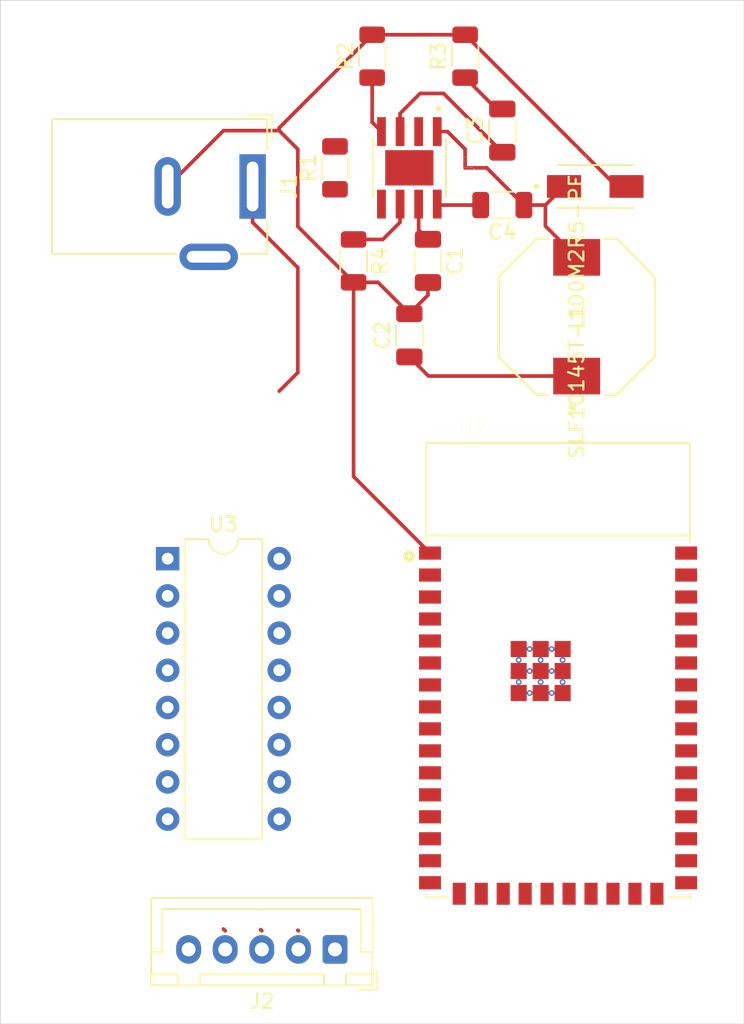
<source format=kicad_pcb>
(kicad_pcb (version 20171130) (host pcbnew "(5.1.9-0-10_14)")

  (general
    (thickness 1.6)
    (drawings 5)
    (tracks 50)
    (zones 0)
    (modules 15)
    (nets 18)
  )

  (page A4)
  (layers
    (0 F.Cu signal)
    (31 B.Cu signal)
    (32 B.Adhes user)
    (33 F.Adhes user)
    (34 B.Paste user)
    (35 F.Paste user)
    (36 B.SilkS user)
    (37 F.SilkS user)
    (38 B.Mask user)
    (39 F.Mask user)
    (40 Dwgs.User user)
    (41 Cmts.User user)
    (42 Eco1.User user)
    (43 Eco2.User user)
    (44 Edge.Cuts user)
    (45 Margin user)
    (46 B.CrtYd user)
    (47 F.CrtYd user)
    (48 B.Fab user)
    (49 F.Fab user)
  )

  (setup
    (last_trace_width 0.25)
    (trace_clearance 0.2)
    (zone_clearance 0.508)
    (zone_45_only no)
    (trace_min 0.2)
    (via_size 0.8)
    (via_drill 0.4)
    (via_min_size 0.4)
    (via_min_drill 0.3)
    (uvia_size 0.3)
    (uvia_drill 0.1)
    (uvias_allowed no)
    (uvia_min_size 0.2)
    (uvia_min_drill 0.1)
    (edge_width 0.05)
    (segment_width 0.2)
    (pcb_text_width 0.3)
    (pcb_text_size 1.5 1.5)
    (mod_edge_width 0.12)
    (mod_text_size 1 1)
    (mod_text_width 0.15)
    (pad_size 4 4)
    (pad_drill 2)
    (pad_to_mask_clearance 0)
    (aux_axis_origin 0 0)
    (visible_elements FFFFFF7F)
    (pcbplotparams
      (layerselection 0x010fc_ffffffff)
      (usegerberextensions false)
      (usegerberattributes true)
      (usegerberadvancedattributes true)
      (creategerberjobfile true)
      (excludeedgelayer true)
      (linewidth 0.100000)
      (plotframeref false)
      (viasonmask false)
      (mode 1)
      (useauxorigin false)
      (hpglpennumber 1)
      (hpglpenspeed 20)
      (hpglpendiameter 15.000000)
      (psnegative false)
      (psa4output false)
      (plotreference true)
      (plotvalue true)
      (plotinvisibletext false)
      (padsonsilk false)
      (subtractmaskfromsilk false)
      (outputformat 1)
      (mirror false)
      (drillshape 1)
      (scaleselection 1)
      (outputdirectory ""))
  )

  (net 0 "")
  (net 1 +12V)
  (net 2 GND)
  (net 3 "Net-(J2-Pad4)")
  (net 4 "Net-(J2-Pad3)")
  (net 5 "Net-(J2-Pad2)")
  (net 6 "Net-(J2-Pad1)")
  (net 7 Stepper.D)
  (net 8 Stepper.C)
  (net 9 Stepper.B)
  (net 10 Stepper.A)
  (net 11 +3V3)
  (net 12 "Net-(C3-Pad2)")
  (net 13 "Net-(C3-Pad1)")
  (net 14 "Net-(C4-Pad2)")
  (net 15 "Net-(C4-Pad1)")
  (net 16 "Net-(R1-Pad2)")
  (net 17 "Net-(R4-Pad1)")

  (net_class Default "This is the default net class."
    (clearance 0.2)
    (trace_width 0.25)
    (via_dia 0.8)
    (via_drill 0.4)
    (uvia_dia 0.3)
    (uvia_drill 0.1)
    (add_net +12V)
    (add_net +3V3)
    (add_net GND)
    (add_net "Net-(C3-Pad1)")
    (add_net "Net-(C3-Pad2)")
    (add_net "Net-(C4-Pad1)")
    (add_net "Net-(C4-Pad2)")
    (add_net "Net-(J2-Pad1)")
    (add_net "Net-(J2-Pad2)")
    (add_net "Net-(J2-Pad3)")
    (add_net "Net-(J2-Pad4)")
    (add_net "Net-(R1-Pad2)")
    (add_net "Net-(R4-Pad1)")
    (add_net "Net-(U1-Pad2)")
    (add_net "Net-(U1-Pad9)")
    (add_net "Net-(U2-Pad10)")
    (add_net "Net-(U2-Pad11)")
    (add_net "Net-(U2-Pad12)")
    (add_net "Net-(U2-Pad13)")
    (add_net "Net-(U2-Pad14)")
    (add_net "Net-(U2-Pad15)")
    (add_net "Net-(U2-Pad16)")
    (add_net "Net-(U2-Pad17)")
    (add_net "Net-(U2-Pad18)")
    (add_net "Net-(U2-Pad19)")
    (add_net "Net-(U2-Pad20)")
    (add_net "Net-(U2-Pad21)")
    (add_net "Net-(U2-Pad22)")
    (add_net "Net-(U2-Pad23)")
    (add_net "Net-(U2-Pad24)")
    (add_net "Net-(U2-Pad25)")
    (add_net "Net-(U2-Pad27)")
    (add_net "Net-(U2-Pad28)")
    (add_net "Net-(U2-Pad29)")
    (add_net "Net-(U2-Pad30)")
    (add_net "Net-(U2-Pad31)")
    (add_net "Net-(U2-Pad32)")
    (add_net "Net-(U2-Pad33)")
    (add_net "Net-(U2-Pad34)")
    (add_net "Net-(U2-Pad35)")
    (add_net "Net-(U2-Pad36)")
    (add_net "Net-(U2-Pad37)")
    (add_net "Net-(U2-Pad38)")
    (add_net "Net-(U2-Pad39)")
    (add_net "Net-(U2-Pad40)")
    (add_net "Net-(U2-Pad7)")
    (add_net "Net-(U2-Pad8)")
    (add_net "Net-(U2-Pad9)")
    (add_net "Net-(U3-Pad10)")
    (add_net "Net-(U3-Pad11)")
    (add_net "Net-(U3-Pad12)")
    (add_net "Net-(U3-Pad5)")
    (add_net "Net-(U3-Pad6)")
    (add_net "Net-(U3-Pad7)")
    (add_net Stepper.A)
    (add_net Stepper.B)
    (add_net Stepper.C)
    (add_net Stepper.D)
  )

  (module SLF10145T-100:SLF10145T-100M2R5-PF (layer F.Cu) (tedit 0) (tstamp 6033C7CA)
    (at 92.71 40.64 90)
    (path /603F8DF1)
    (fp_text reference L1 (at 0 0 90) (layer F.SilkS)
      (effects (font (size 1 1) (thickness 0.15)))
    )
    (fp_text value SLF10145T-100M2R5-PF (at 0 0 90) (layer F.SilkS)
      (effects (font (size 1 1) (thickness 0.15)))
    )
    (fp_text user * (at -6.216 0 90) (layer F.SilkS)
      (effects (font (size 1 1) (thickness 0.15)))
    )
    (fp_text user * (at -4.692 0 90) (layer F.Fab)
      (effects (font (size 1 1) (thickness 0.15)))
    )
    (fp_text user * (at -4.692 0 90) (layer F.Fab)
      (effects (font (size 1 1) (thickness 0.15)))
    )
    (fp_text user * (at -6.216 0 90) (layer F.SilkS)
      (effects (font (size 1 1) (thickness 0.15)))
    )
    (fp_text user "Copyright 2016 Accelerated Designs. All rights reserved." (at 0 0 90) (layer Cmts.User)
      (effects (font (size 0.127 0.127) (thickness 0.002)))
    )
    (fp_line (start -2.727 -5.327) (end -5.327 -2.727) (layer F.SilkS) (width 0.1524))
    (fp_line (start -5.327 -2.727) (end -5.327 -1.931643) (layer F.SilkS) (width 0.1524))
    (fp_line (start -5.327 2.727) (end -2.727 5.327) (layer F.SilkS) (width 0.1524))
    (fp_line (start -2.727 5.327) (end 2.727 5.327) (layer F.SilkS) (width 0.1524))
    (fp_line (start 2.727 5.327) (end 5.327 2.727) (layer F.SilkS) (width 0.1524))
    (fp_line (start 5.327 2.727) (end 5.327 1.931643) (layer F.SilkS) (width 0.1524))
    (fp_line (start 5.327 -2.727) (end 2.727 -5.327) (layer F.SilkS) (width 0.1524))
    (fp_line (start 2.727 -5.327) (end -2.727 -5.327) (layer F.SilkS) (width 0.1524))
    (fp_line (start -2.6 -5.2) (end -5.2 -2.6) (layer F.Fab) (width 0.1524))
    (fp_line (start -5.2 -2.6) (end -5.2 2.6) (layer F.Fab) (width 0.1524))
    (fp_line (start -5.2 2.6) (end -2.6 5.2) (layer F.Fab) (width 0.1524))
    (fp_line (start -2.6 5.2) (end 2.6 5.2) (layer F.Fab) (width 0.1524))
    (fp_line (start 2.6 5.2) (end 5.2 2.6) (layer F.Fab) (width 0.1524))
    (fp_line (start 5.2 2.6) (end 5.2 -2.6) (layer F.Fab) (width 0.1524))
    (fp_line (start 5.2 -2.6) (end 2.6 -5.2) (layer F.Fab) (width 0.1524))
    (fp_line (start 2.6 -5.2) (end -2.6 -5.2) (layer F.Fab) (width 0.1524))
    (fp_line (start -5.327 1.931643) (end -5.327 2.727) (layer F.SilkS) (width 0.1524))
    (fp_line (start 5.327 -1.931643) (end 5.327 -2.727) (layer F.SilkS) (width 0.1524))
    (fp_line (start -5.554 5.454) (end -5.554 -5.454) (layer F.CrtYd) (width 0.1524))
    (fp_line (start -5.554 -5.454) (end 5.554 -5.454) (layer F.CrtYd) (width 0.1524))
    (fp_line (start 5.554 -5.454) (end 5.554 5.454) (layer F.CrtYd) (width 0.1524))
    (fp_line (start 5.554 5.454) (end -5.554 5.454) (layer F.CrtYd) (width 0.1524))
    (pad 2 smd rect (at 4.05 0 90) (size 2.5 3.200001) (layers F.Cu F.Paste F.Mask)
      (net 15 "Net-(C4-Pad1)"))
    (pad 1 smd rect (at -4.05 0 90) (size 2.5 3.200001) (layers F.Cu F.Paste F.Mask)
      (net 11 +3V3))
  )

  (module B340A-13-F:DIOM5226X240N (layer F.Cu) (tedit 60328348) (tstamp 60336063)
    (at 93.98 31.75)
    (path /603DFE6A)
    (fp_text reference D1 (at -1.06 -2.308) (layer F.SilkS)
      (effects (font (size 0.8 0.8) (thickness 0.015)))
    )
    (fp_text value B340A-13-F (at 3.004 2.292) (layer F.Fab)
      (effects (font (size 0.8 0.8) (thickness 0.015)))
    )
    (fp_line (start -2.8 1.46) (end -2.8 -1.46) (layer F.Fab) (width 0.127))
    (fp_line (start -2.8 -1.46) (end 2.8 -1.46) (layer F.Fab) (width 0.127))
    (fp_line (start 2.8 -1.46) (end 2.8 1.46) (layer F.Fab) (width 0.127))
    (fp_line (start 2.8 1.46) (end -2.8 1.46) (layer F.Fab) (width 0.127))
    (fp_line (start -2.6 -1.46) (end 2.6 -1.46) (layer F.SilkS) (width 0.127))
    (fp_line (start -2.6 1.46) (end 2.6 1.46) (layer F.SilkS) (width 0.127))
    (fp_line (start -3.55 1.71) (end -3.55 -1.71) (layer F.CrtYd) (width 0.05))
    (fp_line (start -3.55 -1.71) (end 3.55 -1.71) (layer F.CrtYd) (width 0.05))
    (fp_line (start 3.55 -1.71) (end 3.55 1.71) (layer F.CrtYd) (width 0.05))
    (fp_line (start 3.55 1.71) (end -3.55 1.71) (layer F.CrtYd) (width 0.05))
    (fp_circle (center -4 0) (end -3.9 0) (layer F.SilkS) (width 0.2))
    (fp_circle (center -4 0) (end -3.9 0) (layer F.Fab) (width 0.2))
    (pad A smd rect (at 2.135 0) (size 2.33 1.55) (layers F.Cu F.Paste F.Mask)
      (net 2 GND))
    (pad C smd rect (at -2.135 0) (size 2.33 1.55) (layers F.Cu F.Paste F.Mask)
      (net 15 "Net-(C4-Pad1)"))
  )

  (module MP1584EN-LF-Z:SOIC127P600X170-9N (layer F.Cu) (tedit 6031DC69) (tstamp 6032D4BC)
    (at 81.28 30.48 270)
    (path /60381839)
    (fp_text reference U1 (at -0.225445 -4.013755 90) (layer F.SilkS)
      (effects (font (size 1.002024 1.002024) (thickness 0.015)))
    )
    (fp_text value MP1584EN-LF-Z (at 7.98325 3.74752 90) (layer F.Fab)
      (effects (font (size 1.002945 1.002945) (thickness 0.015)))
    )
    (fp_circle (center -4.04 -1.98) (end -3.94 -1.98) (layer F.SilkS) (width 0.2))
    (fp_circle (center -4.044 -1.977) (end -3.944 -1.977) (layer F.Fab) (width 0.2))
    (fp_line (start 2 -2.5) (end 2 2.5) (layer F.Fab) (width 0.127))
    (fp_line (start 2 2.5) (end -2 2.5) (layer F.Fab) (width 0.127))
    (fp_line (start -2 2.5) (end -2 -2.5) (layer F.Fab) (width 0.127))
    (fp_line (start -2 -2.5) (end 2 -2.5) (layer F.Fab) (width 0.127))
    (fp_line (start 2 -2.5) (end -2 -2.5) (layer F.SilkS) (width 0.127))
    (fp_line (start -2 2.5) (end 2 2.5) (layer F.SilkS) (width 0.127))
    (fp_line (start -3.71 -2.75) (end 3.71 -2.75) (layer F.CrtYd) (width 0.05))
    (fp_line (start 3.71 -2.75) (end 3.71 2.75) (layer F.CrtYd) (width 0.05))
    (fp_line (start 3.71 2.75) (end -3.71 2.75) (layer F.CrtYd) (width 0.05))
    (fp_line (start -3.71 2.75) (end -3.71 -2.75) (layer F.CrtYd) (width 0.05))
    (fp_poly (pts (xy -0.763125 -1.04) (xy 0.762 -1.04) (xy 0.762 1.04154) (xy -0.763125 1.04154)) (layer F.Paste) (width 0.01))
    (pad 9 smd rect (at 0 0 270) (size 2.41 3.3) (layers F.Cu F.Mask))
    (pad 1 smd rect (at -2.475 -1.905 270) (size 1.97 0.6) (layers F.Cu F.Paste F.Mask)
      (net 15 "Net-(C4-Pad1)"))
    (pad 8 smd rect (at 2.475 -1.905 270) (size 1.97 0.6) (layers F.Cu F.Paste F.Mask)
      (net 14 "Net-(C4-Pad2)"))
    (pad 7 smd rect (at 2.475 -0.635 270) (size 1.97 0.6) (layers F.Cu F.Paste F.Mask)
      (net 1 +12V))
    (pad 6 smd rect (at 2.475 0.635 270) (size 1.97 0.6) (layers F.Cu F.Paste F.Mask)
      (net 17 "Net-(R4-Pad1)"))
    (pad 4 smd rect (at -2.475 1.905 270) (size 1.97 0.6) (layers F.Cu F.Paste F.Mask)
      (net 16 "Net-(R1-Pad2)"))
    (pad 3 smd rect (at -2.475 0.635 270) (size 1.97 0.6) (layers F.Cu F.Paste F.Mask)
      (net 13 "Net-(C3-Pad1)"))
    (pad 2 smd rect (at -2.475 -0.635 270) (size 1.97 0.6) (layers F.Cu F.Paste F.Mask))
    (pad 5 smd rect (at 2.475 1.905 270) (size 1.97 0.6) (layers F.Cu F.Paste F.Mask)
      (net 2 GND))
  )

  (module Resistor_SMD:R_1206_3216Metric (layer F.Cu) (tedit 5F68FEEE) (tstamp 6032D4A2)
    (at 77.47 36.83 270)
    (descr "Resistor SMD 1206 (3216 Metric), square (rectangular) end terminal, IPC_7351 nominal, (Body size source: IPC-SM-782 page 72, https://www.pcb-3d.com/wordpress/wp-content/uploads/ipc-sm-782a_amendment_1_and_2.pdf), generated with kicad-footprint-generator")
    (tags resistor)
    (path /60392980)
    (attr smd)
    (fp_text reference R4 (at 0 -1.82 90) (layer F.SilkS)
      (effects (font (size 1 1) (thickness 0.15)))
    )
    (fp_text value 200k (at 0 1.82 90) (layer F.Fab)
      (effects (font (size 1 1) (thickness 0.15)))
    )
    (fp_text user %R (at 0 0 90) (layer F.Fab)
      (effects (font (size 0.8 0.8) (thickness 0.12)))
    )
    (fp_line (start -1.6 0.8) (end -1.6 -0.8) (layer F.Fab) (width 0.1))
    (fp_line (start -1.6 -0.8) (end 1.6 -0.8) (layer F.Fab) (width 0.1))
    (fp_line (start 1.6 -0.8) (end 1.6 0.8) (layer F.Fab) (width 0.1))
    (fp_line (start 1.6 0.8) (end -1.6 0.8) (layer F.Fab) (width 0.1))
    (fp_line (start -0.727064 -0.91) (end 0.727064 -0.91) (layer F.SilkS) (width 0.12))
    (fp_line (start -0.727064 0.91) (end 0.727064 0.91) (layer F.SilkS) (width 0.12))
    (fp_line (start -2.28 1.12) (end -2.28 -1.12) (layer F.CrtYd) (width 0.05))
    (fp_line (start -2.28 -1.12) (end 2.28 -1.12) (layer F.CrtYd) (width 0.05))
    (fp_line (start 2.28 -1.12) (end 2.28 1.12) (layer F.CrtYd) (width 0.05))
    (fp_line (start 2.28 1.12) (end -2.28 1.12) (layer F.CrtYd) (width 0.05))
    (pad 2 smd roundrect (at 1.4625 0 270) (size 1.125 1.75) (layers F.Cu F.Paste F.Mask) (roundrect_rratio 0.222222)
      (net 2 GND))
    (pad 1 smd roundrect (at -1.4625 0 270) (size 1.125 1.75) (layers F.Cu F.Paste F.Mask) (roundrect_rratio 0.222222)
      (net 17 "Net-(R4-Pad1)"))
    (model ${KISYS3DMOD}/Resistor_SMD.3dshapes/R_1206_3216Metric.wrl
      (at (xyz 0 0 0))
      (scale (xyz 1 1 1))
      (rotate (xyz 0 0 0))
    )
  )

  (module Resistor_SMD:R_1206_3216Metric (layer F.Cu) (tedit 5F68FEEE) (tstamp 6032D4A1)
    (at 85.09 22.86 90)
    (descr "Resistor SMD 1206 (3216 Metric), square (rectangular) end terminal, IPC_7351 nominal, (Body size source: IPC-SM-782 page 72, https://www.pcb-3d.com/wordpress/wp-content/uploads/ipc-sm-782a_amendment_1_and_2.pdf), generated with kicad-footprint-generator")
    (tags resistor)
    (path /603C507A)
    (attr smd)
    (fp_text reference R3 (at 0 -1.82 90) (layer F.SilkS)
      (effects (font (size 1 1) (thickness 0.15)))
    )
    (fp_text value 68.1k (at 0 1.82 90) (layer F.Fab)
      (effects (font (size 1 1) (thickness 0.15)))
    )
    (fp_text user %R (at 0 0 90) (layer F.Fab)
      (effects (font (size 0.8 0.8) (thickness 0.12)))
    )
    (fp_line (start -1.6 0.8) (end -1.6 -0.8) (layer F.Fab) (width 0.1))
    (fp_line (start -1.6 -0.8) (end 1.6 -0.8) (layer F.Fab) (width 0.1))
    (fp_line (start 1.6 -0.8) (end 1.6 0.8) (layer F.Fab) (width 0.1))
    (fp_line (start 1.6 0.8) (end -1.6 0.8) (layer F.Fab) (width 0.1))
    (fp_line (start -0.727064 -0.91) (end 0.727064 -0.91) (layer F.SilkS) (width 0.12))
    (fp_line (start -0.727064 0.91) (end 0.727064 0.91) (layer F.SilkS) (width 0.12))
    (fp_line (start -2.28 1.12) (end -2.28 -1.12) (layer F.CrtYd) (width 0.05))
    (fp_line (start -2.28 -1.12) (end 2.28 -1.12) (layer F.CrtYd) (width 0.05))
    (fp_line (start 2.28 -1.12) (end 2.28 1.12) (layer F.CrtYd) (width 0.05))
    (fp_line (start 2.28 1.12) (end -2.28 1.12) (layer F.CrtYd) (width 0.05))
    (pad 2 smd roundrect (at 1.4625 0 90) (size 1.125 1.75) (layers F.Cu F.Paste F.Mask) (roundrect_rratio 0.222222)
      (net 2 GND))
    (pad 1 smd roundrect (at -1.4625 0 90) (size 1.125 1.75) (layers F.Cu F.Paste F.Mask) (roundrect_rratio 0.222222)
      (net 12 "Net-(C3-Pad2)"))
    (model ${KISYS3DMOD}/Resistor_SMD.3dshapes/R_1206_3216Metric.wrl
      (at (xyz 0 0 0))
      (scale (xyz 1 1 1))
      (rotate (xyz 0 0 0))
    )
  )

  (module Resistor_SMD:R_1206_3216Metric (layer F.Cu) (tedit 5F68FEEE) (tstamp 6032D4A0)
    (at 78.74 22.86 90)
    (descr "Resistor SMD 1206 (3216 Metric), square (rectangular) end terminal, IPC_7351 nominal, (Body size source: IPC-SM-782 page 72, https://www.pcb-3d.com/wordpress/wp-content/uploads/ipc-sm-782a_amendment_1_and_2.pdf), generated with kicad-footprint-generator")
    (tags resistor)
    (path /603B56D7)
    (attr smd)
    (fp_text reference R2 (at 0 -1.82 90) (layer F.SilkS)
      (effects (font (size 1 1) (thickness 0.15)))
    )
    (fp_text value 40.2k (at 0 1.82 90) (layer F.Fab)
      (effects (font (size 1 1) (thickness 0.15)))
    )
    (fp_text user %R (at 0 0 90) (layer F.Fab)
      (effects (font (size 0.8 0.8) (thickness 0.12)))
    )
    (fp_line (start -1.6 0.8) (end -1.6 -0.8) (layer F.Fab) (width 0.1))
    (fp_line (start -1.6 -0.8) (end 1.6 -0.8) (layer F.Fab) (width 0.1))
    (fp_line (start 1.6 -0.8) (end 1.6 0.8) (layer F.Fab) (width 0.1))
    (fp_line (start 1.6 0.8) (end -1.6 0.8) (layer F.Fab) (width 0.1))
    (fp_line (start -0.727064 -0.91) (end 0.727064 -0.91) (layer F.SilkS) (width 0.12))
    (fp_line (start -0.727064 0.91) (end 0.727064 0.91) (layer F.SilkS) (width 0.12))
    (fp_line (start -2.28 1.12) (end -2.28 -1.12) (layer F.CrtYd) (width 0.05))
    (fp_line (start -2.28 -1.12) (end 2.28 -1.12) (layer F.CrtYd) (width 0.05))
    (fp_line (start 2.28 -1.12) (end 2.28 1.12) (layer F.CrtYd) (width 0.05))
    (fp_line (start 2.28 1.12) (end -2.28 1.12) (layer F.CrtYd) (width 0.05))
    (pad 2 smd roundrect (at 1.4625 0 90) (size 1.125 1.75) (layers F.Cu F.Paste F.Mask) (roundrect_rratio 0.222222)
      (net 2 GND))
    (pad 1 smd roundrect (at -1.4625 0 90) (size 1.125 1.75) (layers F.Cu F.Paste F.Mask) (roundrect_rratio 0.222222)
      (net 16 "Net-(R1-Pad2)"))
    (model ${KISYS3DMOD}/Resistor_SMD.3dshapes/R_1206_3216Metric.wrl
      (at (xyz 0 0 0))
      (scale (xyz 1 1 1))
      (rotate (xyz 0 0 0))
    )
  )

  (module Resistor_SMD:R_1206_3216Metric (layer F.Cu) (tedit 5F68FEEE) (tstamp 6032D49F)
    (at 76.2 30.48 90)
    (descr "Resistor SMD 1206 (3216 Metric), square (rectangular) end terminal, IPC_7351 nominal, (Body size source: IPC-SM-782 page 72, https://www.pcb-3d.com/wordpress/wp-content/uploads/ipc-sm-782a_amendment_1_and_2.pdf), generated with kicad-footprint-generator")
    (tags resistor)
    (path /603B4293)
    (attr smd)
    (fp_text reference R1 (at 0 -1.82 90) (layer F.SilkS)
      (effects (font (size 1 1) (thickness 0.15)))
    )
    (fp_text value 124k (at 0 1.82 90) (layer F.Fab)
      (effects (font (size 1 1) (thickness 0.15)))
    )
    (fp_line (start 2.28 1.12) (end -2.28 1.12) (layer F.CrtYd) (width 0.05))
    (fp_line (start 2.28 -1.12) (end 2.28 1.12) (layer F.CrtYd) (width 0.05))
    (fp_line (start -2.28 -1.12) (end 2.28 -1.12) (layer F.CrtYd) (width 0.05))
    (fp_line (start -2.28 1.12) (end -2.28 -1.12) (layer F.CrtYd) (width 0.05))
    (fp_line (start -0.727064 0.91) (end 0.727064 0.91) (layer F.SilkS) (width 0.12))
    (fp_line (start -0.727064 -0.91) (end 0.727064 -0.91) (layer F.SilkS) (width 0.12))
    (fp_line (start 1.6 0.8) (end -1.6 0.8) (layer F.Fab) (width 0.1))
    (fp_line (start 1.6 -0.8) (end 1.6 0.8) (layer F.Fab) (width 0.1))
    (fp_line (start -1.6 -0.8) (end 1.6 -0.8) (layer F.Fab) (width 0.1))
    (fp_line (start -1.6 0.8) (end -1.6 -0.8) (layer F.Fab) (width 0.1))
    (fp_text user %R (at 0 0 90) (layer F.Fab)
      (effects (font (size 0.8 0.8) (thickness 0.12)))
    )
    (pad 1 smd roundrect (at -1.4625 0 90) (size 1.125 1.75) (layers F.Cu F.Paste F.Mask) (roundrect_rratio 0.222222)
      (net 11 +3V3))
    (pad 2 smd roundrect (at 1.4625 0 90) (size 1.125 1.75) (layers F.Cu F.Paste F.Mask) (roundrect_rratio 0.222222)
      (net 16 "Net-(R1-Pad2)"))
    (model ${KISYS3DMOD}/Resistor_SMD.3dshapes/R_1206_3216Metric.wrl
      (at (xyz 0 0 0))
      (scale (xyz 1 1 1))
      (rotate (xyz 0 0 0))
    )
  )

  (module Capacitor_SMD:C_1206_3216Metric (layer F.Cu) (tedit 5F68FEEE) (tstamp 6032D40E)
    (at 87.63 33.02 180)
    (descr "Capacitor SMD 1206 (3216 Metric), square (rectangular) end terminal, IPC_7351 nominal, (Body size source: IPC-SM-782 page 76, https://www.pcb-3d.com/wordpress/wp-content/uploads/ipc-sm-782a_amendment_1_and_2.pdf), generated with kicad-footprint-generator")
    (tags capacitor)
    (path /6039B7E1)
    (attr smd)
    (fp_text reference C4 (at 0 -1.85) (layer F.SilkS)
      (effects (font (size 1 1) (thickness 0.15)))
    )
    (fp_text value 100nF (at 0 1.85) (layer F.Fab)
      (effects (font (size 1 1) (thickness 0.15)))
    )
    (fp_text user %R (at 0 0) (layer F.Fab)
      (effects (font (size 0.8 0.8) (thickness 0.12)))
    )
    (fp_line (start -1.6 0.8) (end -1.6 -0.8) (layer F.Fab) (width 0.1))
    (fp_line (start -1.6 -0.8) (end 1.6 -0.8) (layer F.Fab) (width 0.1))
    (fp_line (start 1.6 -0.8) (end 1.6 0.8) (layer F.Fab) (width 0.1))
    (fp_line (start 1.6 0.8) (end -1.6 0.8) (layer F.Fab) (width 0.1))
    (fp_line (start -0.711252 -0.91) (end 0.711252 -0.91) (layer F.SilkS) (width 0.12))
    (fp_line (start -0.711252 0.91) (end 0.711252 0.91) (layer F.SilkS) (width 0.12))
    (fp_line (start -2.3 1.15) (end -2.3 -1.15) (layer F.CrtYd) (width 0.05))
    (fp_line (start -2.3 -1.15) (end 2.3 -1.15) (layer F.CrtYd) (width 0.05))
    (fp_line (start 2.3 -1.15) (end 2.3 1.15) (layer F.CrtYd) (width 0.05))
    (fp_line (start 2.3 1.15) (end -2.3 1.15) (layer F.CrtYd) (width 0.05))
    (pad 2 smd roundrect (at 1.475 0 180) (size 1.15 1.8) (layers F.Cu F.Paste F.Mask) (roundrect_rratio 0.217391)
      (net 14 "Net-(C4-Pad2)"))
    (pad 1 smd roundrect (at -1.475 0 180) (size 1.15 1.8) (layers F.Cu F.Paste F.Mask) (roundrect_rratio 0.217391)
      (net 15 "Net-(C4-Pad1)"))
    (model ${KISYS3DMOD}/Capacitor_SMD.3dshapes/C_1206_3216Metric.wrl
      (at (xyz 0 0 0))
      (scale (xyz 1 1 1))
      (rotate (xyz 0 0 0))
    )
  )

  (module Capacitor_SMD:C_1206_3216Metric (layer F.Cu) (tedit 5F68FEEE) (tstamp 6032D40D)
    (at 87.63 27.94 90)
    (descr "Capacitor SMD 1206 (3216 Metric), square (rectangular) end terminal, IPC_7351 nominal, (Body size source: IPC-SM-782 page 76, https://www.pcb-3d.com/wordpress/wp-content/uploads/ipc-sm-782a_amendment_1_and_2.pdf), generated with kicad-footprint-generator")
    (tags capacitor)
    (path /603C380A)
    (attr smd)
    (fp_text reference C3 (at 0 -1.85 90) (layer F.SilkS)
      (effects (font (size 1 1) (thickness 0.15)))
    )
    (fp_text value 220pF (at 0 1.85 90) (layer F.Fab)
      (effects (font (size 1 1) (thickness 0.15)))
    )
    (fp_text user %R (at 0 0 90) (layer F.Fab)
      (effects (font (size 0.8 0.8) (thickness 0.12)))
    )
    (fp_line (start -1.6 0.8) (end -1.6 -0.8) (layer F.Fab) (width 0.1))
    (fp_line (start -1.6 -0.8) (end 1.6 -0.8) (layer F.Fab) (width 0.1))
    (fp_line (start 1.6 -0.8) (end 1.6 0.8) (layer F.Fab) (width 0.1))
    (fp_line (start 1.6 0.8) (end -1.6 0.8) (layer F.Fab) (width 0.1))
    (fp_line (start -0.711252 -0.91) (end 0.711252 -0.91) (layer F.SilkS) (width 0.12))
    (fp_line (start -0.711252 0.91) (end 0.711252 0.91) (layer F.SilkS) (width 0.12))
    (fp_line (start -2.3 1.15) (end -2.3 -1.15) (layer F.CrtYd) (width 0.05))
    (fp_line (start -2.3 -1.15) (end 2.3 -1.15) (layer F.CrtYd) (width 0.05))
    (fp_line (start 2.3 -1.15) (end 2.3 1.15) (layer F.CrtYd) (width 0.05))
    (fp_line (start 2.3 1.15) (end -2.3 1.15) (layer F.CrtYd) (width 0.05))
    (pad 2 smd roundrect (at 1.475 0 90) (size 1.15 1.8) (layers F.Cu F.Paste F.Mask) (roundrect_rratio 0.217391)
      (net 12 "Net-(C3-Pad2)"))
    (pad 1 smd roundrect (at -1.475 0 90) (size 1.15 1.8) (layers F.Cu F.Paste F.Mask) (roundrect_rratio 0.217391)
      (net 13 "Net-(C3-Pad1)"))
    (model ${KISYS3DMOD}/Capacitor_SMD.3dshapes/C_1206_3216Metric.wrl
      (at (xyz 0 0 0))
      (scale (xyz 1 1 1))
      (rotate (xyz 0 0 0))
    )
  )

  (module Capacitor_SMD:C_1206_3216Metric (layer F.Cu) (tedit 5F68FEEE) (tstamp 6032D40C)
    (at 81.28 41.91 90)
    (descr "Capacitor SMD 1206 (3216 Metric), square (rectangular) end terminal, IPC_7351 nominal, (Body size source: IPC-SM-782 page 76, https://www.pcb-3d.com/wordpress/wp-content/uploads/ipc-sm-782a_amendment_1_and_2.pdf), generated with kicad-footprint-generator")
    (tags capacitor)
    (path /603AC517)
    (attr smd)
    (fp_text reference C2 (at 0 -1.85 90) (layer F.SilkS)
      (effects (font (size 1 1) (thickness 0.15)))
    )
    (fp_text value 22uF (at 0 1.85 90) (layer F.Fab)
      (effects (font (size 1 1) (thickness 0.15)))
    )
    (fp_text user %R (at 0 0 90) (layer F.Fab)
      (effects (font (size 0.8 0.8) (thickness 0.12)))
    )
    (fp_line (start -1.6 0.8) (end -1.6 -0.8) (layer F.Fab) (width 0.1))
    (fp_line (start -1.6 -0.8) (end 1.6 -0.8) (layer F.Fab) (width 0.1))
    (fp_line (start 1.6 -0.8) (end 1.6 0.8) (layer F.Fab) (width 0.1))
    (fp_line (start 1.6 0.8) (end -1.6 0.8) (layer F.Fab) (width 0.1))
    (fp_line (start -0.711252 -0.91) (end 0.711252 -0.91) (layer F.SilkS) (width 0.12))
    (fp_line (start -0.711252 0.91) (end 0.711252 0.91) (layer F.SilkS) (width 0.12))
    (fp_line (start -2.3 1.15) (end -2.3 -1.15) (layer F.CrtYd) (width 0.05))
    (fp_line (start -2.3 -1.15) (end 2.3 -1.15) (layer F.CrtYd) (width 0.05))
    (fp_line (start 2.3 -1.15) (end 2.3 1.15) (layer F.CrtYd) (width 0.05))
    (fp_line (start 2.3 1.15) (end -2.3 1.15) (layer F.CrtYd) (width 0.05))
    (pad 2 smd roundrect (at 1.475 0 90) (size 1.15 1.8) (layers F.Cu F.Paste F.Mask) (roundrect_rratio 0.217391)
      (net 2 GND))
    (pad 1 smd roundrect (at -1.475 0 90) (size 1.15 1.8) (layers F.Cu F.Paste F.Mask) (roundrect_rratio 0.217391)
      (net 11 +3V3))
    (model ${KISYS3DMOD}/Capacitor_SMD.3dshapes/C_1206_3216Metric.wrl
      (at (xyz 0 0 0))
      (scale (xyz 1 1 1))
      (rotate (xyz 0 0 0))
    )
  )

  (module Capacitor_SMD:C_1206_3216Metric (layer F.Cu) (tedit 5F68FEEE) (tstamp 6032D40B)
    (at 82.55 36.83 270)
    (descr "Capacitor SMD 1206 (3216 Metric), square (rectangular) end terminal, IPC_7351 nominal, (Body size source: IPC-SM-782 page 76, https://www.pcb-3d.com/wordpress/wp-content/uploads/ipc-sm-782a_amendment_1_and_2.pdf), generated with kicad-footprint-generator")
    (tags capacitor)
    (path /60389441)
    (attr smd)
    (fp_text reference C1 (at 0 -1.85 90) (layer F.SilkS)
      (effects (font (size 1 1) (thickness 0.15)))
    )
    (fp_text value 10uF (at 0 1.85 90) (layer F.Fab)
      (effects (font (size 1 1) (thickness 0.15)))
    )
    (fp_text user %R (at 0 0 90) (layer F.Fab)
      (effects (font (size 0.8 0.8) (thickness 0.12)))
    )
    (fp_line (start -1.6 0.8) (end -1.6 -0.8) (layer F.Fab) (width 0.1))
    (fp_line (start -1.6 -0.8) (end 1.6 -0.8) (layer F.Fab) (width 0.1))
    (fp_line (start 1.6 -0.8) (end 1.6 0.8) (layer F.Fab) (width 0.1))
    (fp_line (start 1.6 0.8) (end -1.6 0.8) (layer F.Fab) (width 0.1))
    (fp_line (start -0.711252 -0.91) (end 0.711252 -0.91) (layer F.SilkS) (width 0.12))
    (fp_line (start -0.711252 0.91) (end 0.711252 0.91) (layer F.SilkS) (width 0.12))
    (fp_line (start -2.3 1.15) (end -2.3 -1.15) (layer F.CrtYd) (width 0.05))
    (fp_line (start -2.3 -1.15) (end 2.3 -1.15) (layer F.CrtYd) (width 0.05))
    (fp_line (start 2.3 -1.15) (end 2.3 1.15) (layer F.CrtYd) (width 0.05))
    (fp_line (start 2.3 1.15) (end -2.3 1.15) (layer F.CrtYd) (width 0.05))
    (pad 2 smd roundrect (at 1.475 0 270) (size 1.15 1.8) (layers F.Cu F.Paste F.Mask) (roundrect_rratio 0.217391)
      (net 2 GND))
    (pad 1 smd roundrect (at -1.475 0 270) (size 1.15 1.8) (layers F.Cu F.Paste F.Mask) (roundrect_rratio 0.217391)
      (net 1 +12V))
    (model ${KISYS3DMOD}/Capacitor_SMD.3dshapes/C_1206_3216Metric.wrl
      (at (xyz 0 0 0))
      (scale (xyz 1 1 1))
      (rotate (xyz 0 0 0))
    )
  )

  (module ESP32-S2-WROOM:XCVR_ESP32-S2-WROOM (layer F.Cu) (tedit 6031D33E) (tstamp 60327D02)
    (at 91.44 64.77)
    (descr "ESP32-S2-WROOM and ESP32-S2-WROOM-I(Drawn by Dave Williams | G8PUO | DitroniX)")
    (path /6033DF6F)
    (fp_text reference U2 (at -5.825 -16.535) (layer F.SilkS)
      (effects (font (size 1 1) (thickness 0.015)))
    )
    (fp_text value ESP32-S2-WROOM (at 3.1011 17.0631) (layer F.Fab)
      (effects (font (size 1.002992 1.002992) (thickness 0.015)))
    )
    (fp_text user ANTENNA (at -4.45472 -12.1707) (layer F.Fab)
      (effects (font (size 1 1) (thickness 0.015)))
    )
    (fp_line (start -9 -15.5) (end 9 -15.5) (layer F.Fab) (width 0.127))
    (fp_line (start 9 -15.5) (end 9 -9.2) (layer F.Fab) (width 0.127))
    (fp_line (start 9 -9.2) (end 9 15.5) (layer F.Fab) (width 0.127))
    (fp_line (start 9 15.5) (end -9 15.5) (layer F.Fab) (width 0.127))
    (fp_line (start -9 15.5) (end -9 -15.5) (layer F.Fab) (width 0.127))
    (fp_line (start -8.96 -9.2) (end 9 -9.2) (layer F.Fab) (width 0.127))
    (fp_line (start -9.75 16.28) (end -9.75 -15.75) (layer F.CrtYd) (width 0.05))
    (fp_line (start -9.75 -15.75) (end 9.75 -15.75) (layer F.CrtYd) (width 0.05))
    (fp_line (start 9.75 -15.75) (end 9.75 16.28) (layer F.CrtYd) (width 0.05))
    (fp_line (start -9.75 16.28) (end 9.75 16.28) (layer F.CrtYd) (width 0.05))
    (fp_circle (center -10.177 -7.788) (end -10.077 -7.788) (layer F.Fab) (width 0.3))
    (fp_line (start -9 -15.5) (end 9 -15.5) (layer F.SilkS) (width 0.127))
    (fp_line (start 9 -15.5) (end 9 -9.2) (layer F.SilkS) (width 0.127))
    (fp_line (start -9 -8.77) (end -9 -15.5) (layer F.SilkS) (width 0.127))
    (fp_line (start -8.96 -9.2) (end 9 -9.2) (layer F.SilkS) (width 0.127))
    (fp_circle (center -10.177 -7.788) (end -10.077 -7.788) (layer F.SilkS) (width 0.3))
    (fp_line (start 9 -9.2) (end 9 -8.77) (layer F.SilkS) (width 0.127))
    (fp_line (start -9 15.27) (end -9 15.5) (layer F.SilkS) (width 0.127))
    (fp_line (start -9 15.5) (end -7.52 15.5) (layer F.SilkS) (width 0.127))
    (fp_line (start 9 15.27) (end 9 15.5) (layer F.SilkS) (width 0.127))
    (fp_line (start 9 15.5) (end 7.52 15.5) (layer F.SilkS) (width 0.127))
    (fp_poly (pts (xy -9 -15.5) (xy 9 -15.5) (xy 9 -9.2) (xy -9 -9.2)) (layer Dwgs.User) (width 0.01))
    (fp_poly (pts (xy -9 -15.5) (xy 9 -15.5) (xy 9 -9.2) (xy -9 -9.2)) (layer Dwgs.User) (width 0.01))
    (fp_poly (pts (xy -9 -15.5) (xy 9 -15.5) (xy 9 -9.2) (xy -9 -9.2)) (layer Dwgs.User) (width 0.01))
    (pad 43.21 thru_hole circle (at -0.44 1.55) (size 0.4 0.4) (drill 0.2) (layers *.Cu *.Mask)
      (net 2 GND))
    (pad 43.20 thru_hole circle (at -1.94 1.55) (size 0.4 0.4) (drill 0.2) (layers *.Cu *.Mask)
      (net 2 GND))
    (pad 43.19 thru_hole circle (at -0.44 0.05) (size 0.4 0.4) (drill 0.2) (layers *.Cu *.Mask)
      (net 2 GND))
    (pad 43.18 thru_hole circle (at -1.94 0.05) (size 0.4 0.4) (drill 0.2) (layers *.Cu *.Mask)
      (net 2 GND))
    (pad 43.17 thru_hole circle (at -0.44 -1.45) (size 0.4 0.4) (drill 0.2) (layers *.Cu *.Mask)
      (net 2 GND))
    (pad 43.16 thru_hole circle (at -1.94 -1.45) (size 0.4 0.4) (drill 0.2) (layers *.Cu *.Mask)
      (net 2 GND))
    (pad 43.15 thru_hole circle (at 0.31 0.8) (size 0.4 0.4) (drill 0.2) (layers *.Cu *.Mask)
      (net 2 GND))
    (pad 43.14 thru_hole circle (at -1.19 0.8) (size 0.4 0.4) (drill 0.2) (layers *.Cu *.Mask)
      (net 2 GND))
    (pad 43.13 thru_hole circle (at -2.69 0.8) (size 0.4 0.4) (drill 0.2) (layers *.Cu *.Mask)
      (net 2 GND))
    (pad 43.12 thru_hole circle (at 0.31 -0.7) (size 0.4 0.4) (drill 0.2) (layers *.Cu *.Mask)
      (net 2 GND))
    (pad 43.11 thru_hole circle (at -2.69 -0.7) (size 0.4 0.4) (drill 0.2) (layers *.Cu *.Mask)
      (net 2 GND))
    (pad 43.10 thru_hole circle (at -1.19 -0.7) (size 0.4 0.4) (drill 0.2) (layers *.Cu *.Mask)
      (net 2 GND))
    (pad 43.9 smd rect (at 0.31 -1.45) (size 1.1 1.1) (layers F.Cu F.Paste F.Mask)
      (net 2 GND))
    (pad 43.8 smd rect (at -1.19 -1.45) (size 1.1 1.1) (layers F.Cu F.Paste F.Mask)
      (net 2 GND))
    (pad 43.7 smd rect (at -2.69 -1.45) (size 1.1 1.1) (layers F.Cu F.Paste F.Mask)
      (net 2 GND))
    (pad 43.6 smd rect (at 0.31 1.55) (size 1.1 1.1) (layers F.Cu F.Paste F.Mask)
      (net 2 GND))
    (pad 43.5 smd rect (at -1.19 1.55) (size 1.1 1.1) (layers F.Cu F.Paste F.Mask)
      (net 2 GND))
    (pad 43.4 smd rect (at -2.69 1.55) (size 1.1 1.1) (layers F.Cu F.Paste F.Mask)
      (net 2 GND))
    (pad 43.3 smd rect (at 0.31 0.05) (size 1.1 1.1) (layers F.Cu F.Paste F.Mask)
      (net 2 GND))
    (pad 43.2 smd rect (at -2.69 0.05) (size 1.1 1.1) (layers F.Cu F.Paste F.Mask)
      (net 2 GND))
    (pad 26 smd rect (at 6.75 15.25) (size 0.9 1.5) (layers F.Cu F.Paste F.Mask)
      (net 2 GND))
    (pad 25 smd rect (at 5.25 15.25) (size 0.9 1.5) (layers F.Cu F.Paste F.Mask))
    (pad 24 smd rect (at 3.75 15.25) (size 0.9 1.5) (layers F.Cu F.Paste F.Mask))
    (pad 23 smd rect (at 2.25 15.25) (size 0.9 1.5) (layers F.Cu F.Paste F.Mask))
    (pad 22 smd rect (at 0.75 15.25) (size 0.9 1.5) (layers F.Cu F.Paste F.Mask))
    (pad 21 smd rect (at -0.75 15.25) (size 0.9 1.5) (layers F.Cu F.Paste F.Mask))
    (pad 20 smd rect (at -2.25 15.25) (size 0.9 1.5) (layers F.Cu F.Paste F.Mask))
    (pad 19 smd rect (at -3.75 15.25) (size 0.9 1.5) (layers F.Cu F.Paste F.Mask))
    (pad 18 smd rect (at -5.25 15.25) (size 0.9 1.5) (layers F.Cu F.Paste F.Mask))
    (pad 17 smd rect (at -6.75 15.25) (size 0.9 1.5) (layers F.Cu F.Paste F.Mask))
    (pad 27 smd rect (at 8.75 14.5) (size 1.5 0.9) (layers F.Cu F.Paste F.Mask))
    (pad 28 smd rect (at 8.75 13) (size 1.5 0.9) (layers F.Cu F.Paste F.Mask))
    (pad 29 smd rect (at 8.75 11.5) (size 1.5 0.9) (layers F.Cu F.Paste F.Mask))
    (pad 30 smd rect (at 8.75 10) (size 1.5 0.9) (layers F.Cu F.Paste F.Mask))
    (pad 31 smd rect (at 8.75 8.5) (size 1.5 0.9) (layers F.Cu F.Paste F.Mask))
    (pad 32 smd rect (at 8.75 7) (size 1.5 0.9) (layers F.Cu F.Paste F.Mask))
    (pad 33 smd rect (at 8.75 5.5) (size 1.5 0.9) (layers F.Cu F.Paste F.Mask))
    (pad 34 smd rect (at 8.75 4) (size 1.5 0.9) (layers F.Cu F.Paste F.Mask))
    (pad 35 smd rect (at 8.75 2.5) (size 1.5 0.9) (layers F.Cu F.Paste F.Mask))
    (pad 36 smd rect (at 8.75 1) (size 1.5 0.9) (layers F.Cu F.Paste F.Mask))
    (pad 37 smd rect (at 8.75 -0.5) (size 1.5 0.9) (layers F.Cu F.Paste F.Mask))
    (pad 38 smd rect (at 8.75 -2) (size 1.5 0.9) (layers F.Cu F.Paste F.Mask))
    (pad 39 smd rect (at 8.75 -3.5) (size 1.5 0.9) (layers F.Cu F.Paste F.Mask))
    (pad 40 smd rect (at 8.75 -5) (size 1.5 0.9) (layers F.Cu F.Paste F.Mask))
    (pad 41 smd rect (at 8.75 -6.5) (size 1.5 0.9) (layers F.Cu F.Paste F.Mask)
      (net 11 +3V3))
    (pad 42 smd rect (at 8.75 -8) (size 1.5 0.9) (layers F.Cu F.Paste F.Mask)
      (net 2 GND))
    (pad 16 smd rect (at -8.75 14.5) (size 1.5 0.9) (layers F.Cu F.Paste F.Mask))
    (pad 15 smd rect (at -8.75 13) (size 1.5 0.9) (layers F.Cu F.Paste F.Mask))
    (pad 14 smd rect (at -8.75 11.5) (size 1.5 0.9) (layers F.Cu F.Paste F.Mask))
    (pad 13 smd rect (at -8.75 10) (size 1.5 0.9) (layers F.Cu F.Paste F.Mask))
    (pad 12 smd rect (at -8.75 8.5) (size 1.5 0.9) (layers F.Cu F.Paste F.Mask))
    (pad 11 smd rect (at -8.75 7) (size 1.5 0.9) (layers F.Cu F.Paste F.Mask))
    (pad 10 smd rect (at -8.75 5.5) (size 1.5 0.9) (layers F.Cu F.Paste F.Mask))
    (pad 9 smd rect (at -8.75 4) (size 1.5 0.9) (layers F.Cu F.Paste F.Mask))
    (pad 8 smd rect (at -8.75 2.5) (size 1.5 0.9) (layers F.Cu F.Paste F.Mask))
    (pad 7 smd rect (at -8.75 1) (size 1.5 0.9) (layers F.Cu F.Paste F.Mask))
    (pad 6 smd rect (at -8.75 -0.5) (size 1.5 0.9) (layers F.Cu F.Paste F.Mask)
      (net 7 Stepper.D))
    (pad 5 smd rect (at -8.75 -2) (size 1.5 0.9) (layers F.Cu F.Paste F.Mask)
      (net 8 Stepper.C))
    (pad 4 smd rect (at -8.75 -3.5) (size 1.5 0.9) (layers F.Cu F.Paste F.Mask)
      (net 9 Stepper.B))
    (pad 3 smd rect (at -8.75 -5) (size 1.5 0.9) (layers F.Cu F.Paste F.Mask)
      (net 10 Stepper.A))
    (pad 2 smd rect (at -8.75 -6.5) (size 1.5 0.9) (layers F.Cu F.Paste F.Mask)
      (net 11 +3V3))
    (pad 1 smd rect (at -8.75 -8) (size 1.5 0.9) (layers F.Cu F.Paste F.Mask)
      (net 2 GND))
    (pad 43.1 smd rect (at -1.19 0.05) (size 1.1 1.1) (layers F.Cu F.Paste F.Mask)
      (net 2 GND))
  )

  (module Package_DIP:DIP-16_W7.62mm (layer F.Cu) (tedit 5A02E8C5) (tstamp 603217E0)
    (at 64.77 57.15)
    (descr "16-lead though-hole mounted DIP package, row spacing 7.62 mm (300 mils)")
    (tags "THT DIP DIL PDIP 2.54mm 7.62mm 300mil")
    (path /60327A3B)
    (fp_text reference U3 (at 3.81 -2.33) (layer F.SilkS)
      (effects (font (size 1 1) (thickness 0.15)))
    )
    (fp_text value ULN2003A (at 3.81 20.11) (layer F.Fab)
      (effects (font (size 1 1) (thickness 0.15)))
    )
    (fp_text user %R (at 3.81 8.89) (layer F.Fab)
      (effects (font (size 1 1) (thickness 0.15)))
    )
    (fp_arc (start 3.81 -1.33) (end 2.81 -1.33) (angle -180) (layer F.SilkS) (width 0.12))
    (fp_line (start 1.635 -1.27) (end 6.985 -1.27) (layer F.Fab) (width 0.1))
    (fp_line (start 6.985 -1.27) (end 6.985 19.05) (layer F.Fab) (width 0.1))
    (fp_line (start 6.985 19.05) (end 0.635 19.05) (layer F.Fab) (width 0.1))
    (fp_line (start 0.635 19.05) (end 0.635 -0.27) (layer F.Fab) (width 0.1))
    (fp_line (start 0.635 -0.27) (end 1.635 -1.27) (layer F.Fab) (width 0.1))
    (fp_line (start 2.81 -1.33) (end 1.16 -1.33) (layer F.SilkS) (width 0.12))
    (fp_line (start 1.16 -1.33) (end 1.16 19.11) (layer F.SilkS) (width 0.12))
    (fp_line (start 1.16 19.11) (end 6.46 19.11) (layer F.SilkS) (width 0.12))
    (fp_line (start 6.46 19.11) (end 6.46 -1.33) (layer F.SilkS) (width 0.12))
    (fp_line (start 6.46 -1.33) (end 4.81 -1.33) (layer F.SilkS) (width 0.12))
    (fp_line (start -1.1 -1.55) (end -1.1 19.3) (layer F.CrtYd) (width 0.05))
    (fp_line (start -1.1 19.3) (end 8.7 19.3) (layer F.CrtYd) (width 0.05))
    (fp_line (start 8.7 19.3) (end 8.7 -1.55) (layer F.CrtYd) (width 0.05))
    (fp_line (start 8.7 -1.55) (end -1.1 -1.55) (layer F.CrtYd) (width 0.05))
    (pad 16 thru_hole oval (at 7.62 0) (size 1.6 1.6) (drill 0.8) (layers *.Cu *.Mask)
      (net 6 "Net-(J2-Pad1)"))
    (pad 8 thru_hole oval (at 0 17.78) (size 1.6 1.6) (drill 0.8) (layers *.Cu *.Mask)
      (net 2 GND))
    (pad 15 thru_hole oval (at 7.62 2.54) (size 1.6 1.6) (drill 0.8) (layers *.Cu *.Mask)
      (net 5 "Net-(J2-Pad2)"))
    (pad 7 thru_hole oval (at 0 15.24) (size 1.6 1.6) (drill 0.8) (layers *.Cu *.Mask))
    (pad 14 thru_hole oval (at 7.62 5.08) (size 1.6 1.6) (drill 0.8) (layers *.Cu *.Mask)
      (net 4 "Net-(J2-Pad3)"))
    (pad 6 thru_hole oval (at 0 12.7) (size 1.6 1.6) (drill 0.8) (layers *.Cu *.Mask))
    (pad 13 thru_hole oval (at 7.62 7.62) (size 1.6 1.6) (drill 0.8) (layers *.Cu *.Mask)
      (net 3 "Net-(J2-Pad4)"))
    (pad 5 thru_hole oval (at 0 10.16) (size 1.6 1.6) (drill 0.8) (layers *.Cu *.Mask))
    (pad 12 thru_hole oval (at 7.62 10.16) (size 1.6 1.6) (drill 0.8) (layers *.Cu *.Mask))
    (pad 4 thru_hole oval (at 0 7.62) (size 1.6 1.6) (drill 0.8) (layers *.Cu *.Mask)
      (net 7 Stepper.D))
    (pad 11 thru_hole oval (at 7.62 12.7) (size 1.6 1.6) (drill 0.8) (layers *.Cu *.Mask))
    (pad 3 thru_hole oval (at 0 5.08) (size 1.6 1.6) (drill 0.8) (layers *.Cu *.Mask)
      (net 8 Stepper.C))
    (pad 10 thru_hole oval (at 7.62 15.24) (size 1.6 1.6) (drill 0.8) (layers *.Cu *.Mask))
    (pad 2 thru_hole oval (at 0 2.54) (size 1.6 1.6) (drill 0.8) (layers *.Cu *.Mask)
      (net 9 Stepper.B))
    (pad 9 thru_hole oval (at 7.62 17.78) (size 1.6 1.6) (drill 0.8) (layers *.Cu *.Mask)
      (net 1 +12V))
    (pad 1 thru_hole rect (at 0 0) (size 1.6 1.6) (drill 0.8) (layers *.Cu *.Mask)
      (net 10 Stepper.A))
    (model ${KISYS3DMOD}/Package_DIP.3dshapes/DIP-16_W7.62mm.wrl
      (at (xyz 0 0 0))
      (scale (xyz 1 1 1))
      (rotate (xyz 0 0 0))
    )
  )

  (module Connector_JST:JST_XH_B5B-XH-A_1x05_P2.50mm_Vertical (layer F.Cu) (tedit 5C28146C) (tstamp 603217BC)
    (at 76.2 83.82 180)
    (descr "JST XH series connector, B5B-XH-A (http://www.jst-mfg.com/product/pdf/eng/eXH.pdf), generated with kicad-footprint-generator")
    (tags "connector JST XH vertical")
    (path /60321696)
    (fp_text reference J2 (at 5 -3.55) (layer F.SilkS)
      (effects (font (size 1 1) (thickness 0.15)))
    )
    (fp_text value Conn_01x05_Female (at 5 4.6) (layer F.Fab)
      (effects (font (size 1 1) (thickness 0.15)))
    )
    (fp_text user %R (at 5 2.7) (layer F.Fab)
      (effects (font (size 1 1) (thickness 0.15)))
    )
    (fp_line (start -2.45 -2.35) (end -2.45 3.4) (layer F.Fab) (width 0.1))
    (fp_line (start -2.45 3.4) (end 12.45 3.4) (layer F.Fab) (width 0.1))
    (fp_line (start 12.45 3.4) (end 12.45 -2.35) (layer F.Fab) (width 0.1))
    (fp_line (start 12.45 -2.35) (end -2.45 -2.35) (layer F.Fab) (width 0.1))
    (fp_line (start -2.56 -2.46) (end -2.56 3.51) (layer F.SilkS) (width 0.12))
    (fp_line (start -2.56 3.51) (end 12.56 3.51) (layer F.SilkS) (width 0.12))
    (fp_line (start 12.56 3.51) (end 12.56 -2.46) (layer F.SilkS) (width 0.12))
    (fp_line (start 12.56 -2.46) (end -2.56 -2.46) (layer F.SilkS) (width 0.12))
    (fp_line (start -2.95 -2.85) (end -2.95 3.9) (layer F.CrtYd) (width 0.05))
    (fp_line (start -2.95 3.9) (end 12.95 3.9) (layer F.CrtYd) (width 0.05))
    (fp_line (start 12.95 3.9) (end 12.95 -2.85) (layer F.CrtYd) (width 0.05))
    (fp_line (start 12.95 -2.85) (end -2.95 -2.85) (layer F.CrtYd) (width 0.05))
    (fp_line (start -0.625 -2.35) (end 0 -1.35) (layer F.Fab) (width 0.1))
    (fp_line (start 0 -1.35) (end 0.625 -2.35) (layer F.Fab) (width 0.1))
    (fp_line (start 0.75 -2.45) (end 0.75 -1.7) (layer F.SilkS) (width 0.12))
    (fp_line (start 0.75 -1.7) (end 9.25 -1.7) (layer F.SilkS) (width 0.12))
    (fp_line (start 9.25 -1.7) (end 9.25 -2.45) (layer F.SilkS) (width 0.12))
    (fp_line (start 9.25 -2.45) (end 0.75 -2.45) (layer F.SilkS) (width 0.12))
    (fp_line (start -2.55 -2.45) (end -2.55 -1.7) (layer F.SilkS) (width 0.12))
    (fp_line (start -2.55 -1.7) (end -0.75 -1.7) (layer F.SilkS) (width 0.12))
    (fp_line (start -0.75 -1.7) (end -0.75 -2.45) (layer F.SilkS) (width 0.12))
    (fp_line (start -0.75 -2.45) (end -2.55 -2.45) (layer F.SilkS) (width 0.12))
    (fp_line (start 10.75 -2.45) (end 10.75 -1.7) (layer F.SilkS) (width 0.12))
    (fp_line (start 10.75 -1.7) (end 12.55 -1.7) (layer F.SilkS) (width 0.12))
    (fp_line (start 12.55 -1.7) (end 12.55 -2.45) (layer F.SilkS) (width 0.12))
    (fp_line (start 12.55 -2.45) (end 10.75 -2.45) (layer F.SilkS) (width 0.12))
    (fp_line (start -2.55 -0.2) (end -1.8 -0.2) (layer F.SilkS) (width 0.12))
    (fp_line (start -1.8 -0.2) (end -1.8 2.75) (layer F.SilkS) (width 0.12))
    (fp_line (start -1.8 2.75) (end 5 2.75) (layer F.SilkS) (width 0.12))
    (fp_line (start 12.55 -0.2) (end 11.8 -0.2) (layer F.SilkS) (width 0.12))
    (fp_line (start 11.8 -0.2) (end 11.8 2.75) (layer F.SilkS) (width 0.12))
    (fp_line (start 11.8 2.75) (end 5 2.75) (layer F.SilkS) (width 0.12))
    (fp_line (start -1.6 -2.75) (end -2.85 -2.75) (layer F.SilkS) (width 0.12))
    (fp_line (start -2.85 -2.75) (end -2.85 -1.5) (layer F.SilkS) (width 0.12))
    (pad 5 thru_hole oval (at 10 0 180) (size 1.7 1.95) (drill 0.95) (layers *.Cu *.Mask)
      (net 1 +12V))
    (pad 4 thru_hole oval (at 7.5 0 180) (size 1.7 1.95) (drill 0.95) (layers *.Cu *.Mask)
      (net 3 "Net-(J2-Pad4)"))
    (pad 3 thru_hole oval (at 5 0 180) (size 1.7 1.95) (drill 0.95) (layers *.Cu *.Mask)
      (net 4 "Net-(J2-Pad3)"))
    (pad 2 thru_hole oval (at 2.5 0 180) (size 1.7 1.95) (drill 0.95) (layers *.Cu *.Mask)
      (net 5 "Net-(J2-Pad2)"))
    (pad 1 thru_hole roundrect (at 0 0 180) (size 1.7 1.95) (drill 0.95) (layers *.Cu *.Mask) (roundrect_rratio 0.147059)
      (net 6 "Net-(J2-Pad1)"))
    (model ${KISYS3DMOD}/Connector_JST.3dshapes/JST_XH_B5B-XH-A_1x05_P2.50mm_Vertical.wrl
      (at (xyz 0 0 0))
      (scale (xyz 1 1 1))
      (rotate (xyz 0 0 0))
    )
  )

  (module Connector_BarrelJack:BarrelJack_Wuerth_6941xx301002 (layer F.Cu) (tedit 5B191DE1) (tstamp 6032074B)
    (at 70.57 31.75 270)
    (descr "Wuerth electronics barrel jack connector (5.5mm outher diameter, inner diameter 2.05mm or 2.55mm depending on exact order number), See: http://katalog.we-online.de/em/datasheet/6941xx301002.pdf")
    (tags "connector barrel jack")
    (path /6031ADD0)
    (fp_text reference J1 (at 0 -2.5 90) (layer F.SilkS)
      (effects (font (size 1 1) (thickness 0.15)))
    )
    (fp_text value Jack-DC (at 0 15.5 90) (layer F.Fab)
      (effects (font (size 1 1) (thickness 0.15)))
    )
    (fp_text user %R (at 0 7.5 90) (layer F.Fab)
      (effects (font (size 1 1) (thickness 0.15)))
    )
    (fp_line (start 5 14.1) (end 5 5.5) (layer F.CrtYd) (width 0.05))
    (fp_line (start 4.6 5.2) (end 4.6 13.7) (layer F.SilkS) (width 0.12))
    (fp_line (start -4.5 0.1) (end -3.5 -0.9) (layer F.Fab) (width 0.1))
    (fp_line (start 4.5 -0.9) (end -3.5 -0.9) (layer F.Fab) (width 0.1))
    (fp_line (start 4.5 -0.9) (end 4.5 13.6) (layer F.Fab) (width 0.1))
    (fp_line (start 4.5 13.6) (end -4.5 13.6) (layer F.Fab) (width 0.1))
    (fp_line (start -4.5 13.6) (end -4.5 0.1) (layer F.Fab) (width 0.1))
    (fp_line (start 4.6 13.7) (end -4.6 13.7) (layer F.SilkS) (width 0.12))
    (fp_line (start -4.6 13.7) (end -4.6 -1) (layer F.SilkS) (width 0.12))
    (fp_line (start 2.5 -1) (end 4.6 -1) (layer F.SilkS) (width 0.12))
    (fp_line (start 4.6 -1) (end 4.6 0.8) (layer F.SilkS) (width 0.12))
    (fp_line (start -3.2 -1.3) (end -4.9 -1.3) (layer F.SilkS) (width 0.12))
    (fp_line (start -4.9 -1.3) (end -4.9 0.3) (layer F.SilkS) (width 0.12))
    (fp_line (start 5 -1.4) (end -5 -1.4) (layer F.CrtYd) (width 0.05))
    (fp_line (start -5 -1.4) (end -5 14.1) (layer F.CrtYd) (width 0.05))
    (fp_line (start -5 14.1) (end 5 14.1) (layer F.CrtYd) (width 0.05))
    (fp_line (start 5 0.5) (end 5 -1.4) (layer F.CrtYd) (width 0.05))
    (fp_line (start 6.2 0.5) (end 6.2 5.5) (layer F.CrtYd) (width 0.05))
    (fp_line (start 6.2 5.5) (end 5 5.5) (layer F.CrtYd) (width 0.05))
    (fp_line (start 6.2 0.5) (end 5 0.5) (layer F.CrtYd) (width 0.05))
    (fp_line (start -4.6 -1) (end -2.5 -1) (layer F.SilkS) (width 0.12))
    (pad 1 thru_hole rect (at 0 0 270) (size 4.4 1.8) (drill oval 3.4 0.8) (layers *.Cu *.Mask)
      (net 1 +12V))
    (pad 2 thru_hole oval (at 0 5.8 270) (size 4 1.8) (drill oval 3 0.8) (layers *.Cu *.Mask)
      (net 2 GND))
    (pad 3 thru_hole oval (at 4.8 3) (size 4 1.8) (drill oval 3 0.8) (layers *.Cu *.Mask))
    (model ${KISYS3DMOD}/Connector_BarrelJack.3dshapes/BarrelJack_Wuerth_6941xx301002.wrl
      (at (xyz 0 0 0))
      (scale (xyz 1 1 1))
      (rotate (xyz 0 0 0))
    )
  )

  (gr_line (start 104.14 19.05) (end 104.14 88.9) (layer Edge.Cuts) (width 0.05) (tstamp 6033DD4E))
  (gr_line (start 53.34 88.9) (end 53.34 19.05) (layer Edge.Cuts) (width 0.05) (tstamp 6033DD4D))
  (gr_line (start 104.14 88.9) (end 53.34 88.9) (layer Edge.Cuts) (width 0.05))
  (gr_line (start 53.34 19.05) (end 104.14 19.05) (layer Edge.Cuts) (width 0.05) (tstamp 6033DD4C))
  (gr_line (start 53.34 19.05) (end 104.14 19.05) (layer Edge.Cuts) (width 0.05))

  (segment (start 81.915 34.72) (end 82.55 35.355) (width 0.25) (layer F.Cu) (net 1))
  (segment (start 81.915 32.955) (end 81.915 34.72) (width 0.25) (layer F.Cu) (net 1))
  (segment (start 70.57 34.2) (end 73.66 37.29) (width 0.25) (layer F.Cu) (net 1))
  (segment (start 70.57 31.75) (end 70.57 34.2) (width 0.25) (layer F.Cu) (net 1))
  (segment (start 73.66 37.29) (end 73.66 44.45) (width 0.25) (layer F.Cu) (net 1))
  (segment (start 73.66 44.45) (end 72.39 45.72) (width 0.25) (layer F.Cu) (net 1))
  (segment (start 78.74 21.3975) (end 85.09 21.3975) (width 0.25) (layer F.Cu) (net 2))
  (segment (start 95.4425 31.75) (end 96.115 31.75) (width 0.25) (layer F.Cu) (net 2))
  (segment (start 85.09 21.3975) (end 95.4425 31.75) (width 0.25) (layer F.Cu) (net 2))
  (segment (start 82.55 39.165) (end 81.28 40.435) (width 0.25) (layer F.Cu) (net 2))
  (segment (start 82.55 38.305) (end 82.55 39.165) (width 0.25) (layer F.Cu) (net 2))
  (segment (start 79.1375 38.2925) (end 81.28 40.435) (width 0.25) (layer F.Cu) (net 2))
  (segment (start 77.47 38.2925) (end 79.1375 38.2925) (width 0.25) (layer F.Cu) (net 2))
  (segment (start 77.47 38.2925) (end 73.66 34.4825) (width 0.25) (layer F.Cu) (net 2))
  (segment (start 64.77 31.75) (end 68.58 27.94) (width 0.25) (layer F.Cu) (net 2))
  (segment (start 68.58 27.94) (end 72.39 27.94) (width 0.25) (layer F.Cu) (net 2))
  (segment (start 73.66 29.21) (end 73.66 34.4825) (width 0.25) (layer F.Cu) (net 2))
  (segment (start 72.39 27.94) (end 73.66 29.21) (width 0.25) (layer F.Cu) (net 2))
  (segment (start 72.39 27.7475) (end 72.39 27.94) (width 0.25) (layer F.Cu) (net 2))
  (segment (start 78.74 21.3975) (end 72.39 27.7475) (width 0.25) (layer F.Cu) (net 2))
  (segment (start 77.47 51.55) (end 82.69 56.77) (width 0.25) (layer F.Cu) (net 2))
  (segment (start 77.47 38.2925) (end 77.47 50.8) (width 0.25) (layer F.Cu) (net 2))
  (segment (start 77.47 50.8) (end 77.47 51.55) (width 0.25) (layer F.Cu) (net 2))
  (segment (start 68.58 82.43) (end 68.7 82.55) (width 0.25) (layer F.Cu) (net 3))
  (segment (start 71.12 82.47) (end 71.2 82.55) (width 0.25) (layer F.Cu) (net 1))
  (segment (start 73.66 82.51) (end 73.7 82.55) (width 0.25) (layer F.Cu) (net 5))
  (segment (start 82.585 44.69) (end 81.28 43.385) (width 0.25) (layer F.Cu) (net 11))
  (segment (start 92.71 44.69) (end 82.585 44.69) (width 0.25) (layer F.Cu) (net 11))
  (segment (start 87.2325 26.465) (end 87.63 26.465) (width 0.25) (layer F.Cu) (net 12))
  (segment (start 85.09 24.3225) (end 87.2325 26.465) (width 0.25) (layer F.Cu) (net 12))
  (segment (start 82.015 25.4) (end 80.645 26.77) (width 0.25) (layer F.Cu) (net 13))
  (segment (start 80.645 26.77) (end 80.645 28.005) (width 0.25) (layer F.Cu) (net 13))
  (segment (start 83.615 25.4) (end 82.015 25.4) (width 0.25) (layer F.Cu) (net 13))
  (segment (start 87.63 29.415) (end 83.615 25.4) (width 0.25) (layer F.Cu) (net 13))
  (segment (start 83.25 33.02) (end 83.185 32.955) (width 0.25) (layer F.Cu) (net 14))
  (segment (start 86.155 33.02) (end 83.25 33.02) (width 0.25) (layer F.Cu) (net 14))
  (segment (start 83.185 28.005) (end 83.885 28.005) (width 0.25) (layer F.Cu) (net 15))
  (segment (start 83.885 28.005) (end 85.09 29.21) (width 0.25) (layer F.Cu) (net 15))
  (segment (start 85.09 29.21) (end 85.09 30.48) (width 0.25) (layer F.Cu) (net 15))
  (segment (start 86.565 30.48) (end 89.105 33.02) (width 0.25) (layer F.Cu) (net 15))
  (segment (start 85.09 30.48) (end 86.565 30.48) (width 0.25) (layer F.Cu) (net 15))
  (segment (start 90.575 33.02) (end 91.845 31.75) (width 0.25) (layer F.Cu) (net 15))
  (segment (start 89.105 33.02) (end 90.575 33.02) (width 0.25) (layer F.Cu) (net 15))
  (segment (start 90.575 34.455) (end 92.71 36.59) (width 0.25) (layer F.Cu) (net 15))
  (segment (start 90.575 33.02) (end 90.575 34.455) (width 0.25) (layer F.Cu) (net 15))
  (segment (start 78.74 27.37) (end 79.375 28.005) (width 0.25) (layer F.Cu) (net 16))
  (segment (start 78.74 24.3225) (end 78.74 27.37) (width 0.25) (layer F.Cu) (net 16))
  (segment (start 80.645 34.19) (end 80.645 32.955) (width 0.25) (layer F.Cu) (net 17))
  (segment (start 79.4675 35.3675) (end 80.645 34.19) (width 0.25) (layer F.Cu) (net 17))
  (segment (start 77.47 35.3675) (end 79.4675 35.3675) (width 0.25) (layer F.Cu) (net 17))

)

</source>
